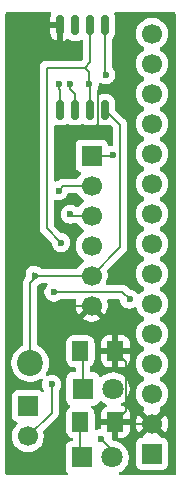
<source format=gbr>
%TF.GenerationSoftware,KiCad,Pcbnew,9.0.2+dfsg-1*%
%TF.CreationDate,2025-10-31T17:19:14+01:00*%
%TF.ProjectId,attiny,61747469-6e79-42e6-9b69-6361645f7063,rev?*%
%TF.SameCoordinates,Original*%
%TF.FileFunction,Copper,L1,Top*%
%TF.FilePolarity,Positive*%
%FSLAX46Y46*%
G04 Gerber Fmt 4.6, Leading zero omitted, Abs format (unit mm)*
G04 Created by KiCad (PCBNEW 9.0.2+dfsg-1) date 2025-10-31 17:19:14*
%MOMM*%
%LPD*%
G01*
G04 APERTURE LIST*
G04 Aperture macros list*
%AMRoundRect*
0 Rectangle with rounded corners*
0 $1 Rounding radius*
0 $2 $3 $4 $5 $6 $7 $8 $9 X,Y pos of 4 corners*
0 Add a 4 corners polygon primitive as box body*
4,1,4,$2,$3,$4,$5,$6,$7,$8,$9,$2,$3,0*
0 Add four circle primitives for the rounded corners*
1,1,$1+$1,$2,$3*
1,1,$1+$1,$4,$5*
1,1,$1+$1,$6,$7*
1,1,$1+$1,$8,$9*
0 Add four rect primitives between the rounded corners*
20,1,$1+$1,$2,$3,$4,$5,0*
20,1,$1+$1,$4,$5,$6,$7,0*
20,1,$1+$1,$6,$7,$8,$9,0*
20,1,$1+$1,$8,$9,$2,$3,0*%
G04 Aperture macros list end*
%TA.AperFunction,ComponentPad*%
%ADD10R,1.800000X1.800000*%
%TD*%
%TA.AperFunction,ComponentPad*%
%ADD11C,1.800000*%
%TD*%
%TA.AperFunction,SMDPad,CuDef*%
%ADD12RoundRect,0.250001X-0.462499X-0.624999X0.462499X-0.624999X0.462499X0.624999X-0.462499X0.624999X0*%
%TD*%
%TA.AperFunction,ComponentPad*%
%ADD13R,1.700000X1.700000*%
%TD*%
%TA.AperFunction,ComponentPad*%
%ADD14C,1.700000*%
%TD*%
%TA.AperFunction,ComponentPad*%
%ADD15C,2.200000*%
%TD*%
%TA.AperFunction,SMDPad,CuDef*%
%ADD16RoundRect,0.162500X-0.162500X0.650000X-0.162500X-0.650000X0.162500X-0.650000X0.162500X0.650000X0*%
%TD*%
%TA.AperFunction,ViaPad*%
%ADD17C,0.600000*%
%TD*%
%TA.AperFunction,Conductor*%
%ADD18C,0.200000*%
%TD*%
G04 APERTURE END LIST*
D10*
%TO.P,D1,1,K*%
%TO.N,Net-(D1-K)*%
X151660000Y-80800000D03*
D11*
%TO.P,D1,2,A*%
%TO.N,Net-(D1-A)*%
X154200000Y-80800000D03*
%TD*%
D10*
%TO.P,D2,1,K*%
%TO.N,Net-(D2-K)*%
X151600000Y-86600000D03*
D11*
%TO.P,D2,2,A*%
%TO.N,Net-(D2-A)*%
X154140000Y-86600000D03*
%TD*%
D12*
%TO.P,R2,1*%
%TO.N,Net-(D2-K)*%
X151425000Y-83600000D03*
%TO.P,R2,2*%
%TO.N,GND*%
X154400000Y-83600000D03*
%TD*%
D13*
%TO.P,J3,1,Pin_1*%
%TO.N,Net-(D1-A)*%
X147000000Y-82260000D03*
D14*
%TO.P,J3,2,Pin_2*%
%TO.N,Net-(J2-Pin_8)*%
X147000000Y-84800000D03*
%TD*%
D12*
%TO.P,R1,1*%
%TO.N,Net-(D1-K)*%
X151425000Y-77600000D03*
%TO.P,R1,2*%
%TO.N,GND*%
X154400000Y-77600000D03*
%TD*%
D13*
%TO.P,J1,1,Pin_1*%
%TO.N,Net-(J1-Pin_1)*%
X152400000Y-61050000D03*
D14*
%TO.P,J1,2,Pin_2*%
%TO.N,Net-(J1-Pin_2)*%
X152400000Y-63590000D03*
%TO.P,J1,3,Pin_3*%
%TO.N,Net-(D2-A)*%
X152400000Y-66130000D03*
%TO.P,J1,4,Pin_4*%
%TO.N,Net-(D1-A)*%
X152400000Y-68670000D03*
%TO.P,J1,5,Pin_5*%
%TO.N,VCC*%
X152400000Y-71210000D03*
%TO.P,J1,6,Pin_6*%
%TO.N,GND*%
X152400000Y-73750000D03*
%TD*%
D15*
%TO.P,J4,1,Pin_1*%
%TO.N,VCC*%
X147200000Y-78600000D03*
%TD*%
D16*
%TO.P,U1,1,~{RESET}/PB5*%
%TO.N,Net-(J1-Pin_1)*%
X153540000Y-50000000D03*
%TO.P,U1,2,XTAL1/PB3*%
%TO.N,unconnected-(U1-XTAL1{slash}PB3-Pad2)*%
X152270000Y-50000000D03*
%TO.P,U1,3,XTAL2/PB4*%
%TO.N,unconnected-(U1-XTAL2{slash}PB4-Pad3)*%
X151000000Y-50000000D03*
%TO.P,U1,4,GND*%
%TO.N,GND*%
X149730000Y-50000000D03*
%TO.P,U1,5,AREF/PB0*%
%TO.N,Net-(J1-Pin_2)*%
X149730000Y-57175000D03*
%TO.P,U1,6,PB1*%
%TO.N,Net-(D2-A)*%
X151000000Y-57175000D03*
%TO.P,U1,7,PB2*%
%TO.N,Net-(D1-A)*%
X152270000Y-57175000D03*
%TO.P,U1,8,VCC*%
%TO.N,VCC*%
X153540000Y-57175000D03*
%TD*%
D13*
%TO.P,J2,1,Pin_1*%
%TO.N,unconnected-(J2-Pin_1-Pad1)*%
X157500000Y-86280000D03*
D14*
%TO.P,J2,2,Pin_2*%
%TO.N,GND*%
X157500000Y-83740000D03*
%TO.P,J2,3,Pin_3*%
%TO.N,unconnected-(J2-Pin_3-Pad3)*%
X157500000Y-81200000D03*
%TO.P,J2,4,Pin_4*%
%TO.N,unconnected-(J2-Pin_4-Pad4)*%
X157500000Y-78660000D03*
%TO.P,J2,5,Pin_5*%
%TO.N,unconnected-(J2-Pin_5-Pad5)*%
X157500000Y-76120000D03*
%TO.P,J2,6,Pin_6*%
%TO.N,unconnected-(J2-Pin_6-Pad6)*%
X157500000Y-73580000D03*
%TO.P,J2,7,Pin_7*%
%TO.N,unconnected-(J2-Pin_7-Pad7)*%
X157500000Y-71040000D03*
%TO.P,J2,8,Pin_8*%
%TO.N,Net-(J2-Pin_8)*%
X157500000Y-68500000D03*
%TO.P,J2,9,Pin_9*%
%TO.N,unconnected-(J2-Pin_9-Pad9)*%
X157500000Y-65960000D03*
%TO.P,J2,10,Pin_10*%
%TO.N,unconnected-(J2-Pin_10-Pad10)*%
X157500000Y-63420000D03*
%TO.P,J2,11,Pin_11*%
%TO.N,unconnected-(J2-Pin_11-Pad11)*%
X157500000Y-60880000D03*
%TO.P,J2,12,Pin_12*%
%TO.N,unconnected-(J2-Pin_12-Pad12)*%
X157500000Y-58340000D03*
%TO.P,J2,13,Pin_13*%
%TO.N,unconnected-(J2-Pin_13-Pad13)*%
X157500000Y-55800000D03*
%TO.P,J2,14,Pin_14*%
%TO.N,unconnected-(J2-Pin_14-Pad14)*%
X157500000Y-53260000D03*
%TO.P,J2,15,Pin_15*%
%TO.N,Net-(D2-A)*%
X157500000Y-50720000D03*
%TD*%
D17*
%TO.N,GND*%
X153350000Y-55520000D03*
X152540000Y-58710000D03*
%TO.N,VCC*%
X147610000Y-71210000D03*
%TO.N,Net-(J1-Pin_1)*%
X154200000Y-61000000D03*
X153600000Y-54200000D03*
%TO.N,GND*%
X149700000Y-52700000D03*
X148200000Y-73800000D03*
X155600000Y-57200000D03*
%TO.N,Net-(J1-Pin_2)*%
X149600000Y-55000000D03*
X149600000Y-64000000D03*
%TO.N,Net-(D1-A)*%
X149800000Y-68400000D03*
X152200000Y-55000000D03*
%TO.N,Net-(J2-Pin_8)*%
X149200000Y-72600000D03*
X155600000Y-73200000D03*
X149000000Y-80400000D03*
%TO.N,Net-(D2-A)*%
X153200000Y-85000000D03*
X150600000Y-66000000D03*
X150600000Y-55000000D03*
%TD*%
D18*
%TO.N,GND*%
X152914000Y-55933943D02*
X152936057Y-55933943D01*
X152936057Y-55933943D02*
X153350000Y-55520000D01*
X152914000Y-58336000D02*
X152914000Y-55933943D01*
X152540000Y-58710000D02*
X152914000Y-58336000D01*
%TO.N,VCC*%
X154801000Y-58436000D02*
X154801000Y-68809000D01*
X153540000Y-57175000D02*
X154801000Y-58436000D01*
X154801000Y-68809000D02*
X152400000Y-71210000D01*
X147200000Y-71800000D02*
X147200000Y-78200000D01*
X147610000Y-71210000D02*
X147400000Y-71000000D01*
X147610000Y-71210000D02*
X147610000Y-71390000D01*
X147610000Y-71390000D02*
X147200000Y-71800000D01*
X152400000Y-71210000D02*
X147610000Y-71210000D01*
%TO.N,Net-(J1-Pin_1)*%
X152400000Y-61050000D02*
X154150000Y-61050000D01*
X154150000Y-61050000D02*
X154200000Y-61000000D01*
X153540000Y-54140000D02*
X153540000Y-50000000D01*
X153600000Y-54200000D02*
X153540000Y-54140000D01*
%TO.N,Net-(D2-K)*%
X151425000Y-86425000D02*
X151600000Y-86600000D01*
X151425000Y-83600000D02*
X151425000Y-86425000D01*
%TO.N,GND*%
X154540000Y-83740000D02*
X154400000Y-83600000D01*
X155341000Y-82659000D02*
X155341000Y-78541000D01*
X154400000Y-75750000D02*
X152400000Y-73750000D01*
X152350000Y-73800000D02*
X148200000Y-73800000D01*
X157260000Y-83500000D02*
X157500000Y-83740000D01*
X154400000Y-77600000D02*
X154400000Y-75750000D01*
X152400000Y-73750000D02*
X152350000Y-73800000D01*
X157500000Y-83740000D02*
X154540000Y-83740000D01*
X149700000Y-52700000D02*
X149730000Y-52670000D01*
X154400000Y-83600000D02*
X155341000Y-82659000D01*
X149730000Y-52670000D02*
X149730000Y-50000000D01*
X155341000Y-78541000D02*
X154400000Y-77600000D01*
%TO.N,Net-(J1-Pin_2)*%
X149600000Y-55000000D02*
X149600000Y-55400000D01*
X152400000Y-63590000D02*
X150010000Y-63590000D01*
X149730000Y-55530000D02*
X149730000Y-57175000D01*
X150010000Y-63590000D02*
X149600000Y-64000000D01*
X149600000Y-55400000D02*
X149730000Y-55530000D01*
%TO.N,Net-(D1-K)*%
X151660000Y-80800000D02*
X151660000Y-77835000D01*
X151660000Y-77835000D02*
X151425000Y-77600000D01*
%TO.N,Net-(D1-A)*%
X152200000Y-55000000D02*
X152200000Y-54000000D01*
X148600000Y-53600000D02*
X148600000Y-67200000D01*
X152200000Y-55000000D02*
X152270000Y-55070000D01*
X151800000Y-53600000D02*
X148600000Y-53600000D01*
X148600000Y-67200000D02*
X149800000Y-68400000D01*
X152270000Y-55070000D02*
X152270000Y-57175000D01*
X152270000Y-50000000D02*
X152270000Y-53130000D01*
X152270000Y-53130000D02*
X151800000Y-53600000D01*
X152200000Y-54000000D02*
X151800000Y-53600000D01*
%TO.N,Net-(J2-Pin_8)*%
X155600000Y-73200000D02*
X154999000Y-72599000D01*
X154999000Y-72599000D02*
X149201000Y-72599000D01*
X149000000Y-80400000D02*
X149000000Y-82800000D01*
X149201000Y-72599000D02*
X149200000Y-72600000D01*
X149000000Y-82800000D02*
X147000000Y-84800000D01*
%TO.N,Net-(D2-A)*%
X154140000Y-86600000D02*
X154140000Y-85940000D01*
X151000000Y-55800000D02*
X151000000Y-57175000D01*
X152400000Y-66000000D02*
X152600000Y-65800000D01*
X150600000Y-55400000D02*
X151000000Y-55800000D01*
X150600000Y-55000000D02*
X150600000Y-55400000D01*
X150730000Y-66130000D02*
X150600000Y-66000000D01*
X154140000Y-86600000D02*
X154140000Y-86315000D01*
X154140000Y-85940000D02*
X153200000Y-85000000D01*
X152400000Y-66130000D02*
X150730000Y-66130000D01*
%TD*%
%TA.AperFunction,Conductor*%
%TO.N,GND*%
G36*
X148913213Y-48920185D02*
G01*
X148958968Y-48972989D01*
X148968912Y-49042147D01*
X148961126Y-49068932D01*
X148961161Y-49068943D01*
X148960609Y-49070712D01*
X148959251Y-49075387D01*
X148958932Y-49076094D01*
X148911065Y-49229707D01*
X148905000Y-49296456D01*
X148905000Y-49750000D01*
X149606000Y-49750000D01*
X149673039Y-49769685D01*
X149718794Y-49822489D01*
X149730000Y-49874000D01*
X149730000Y-50000000D01*
X149856000Y-50000000D01*
X149923039Y-50019685D01*
X149968794Y-50072489D01*
X149980000Y-50124000D01*
X149980000Y-51309414D01*
X150012792Y-51306435D01*
X150012802Y-51306432D01*
X150166393Y-51258572D01*
X150166394Y-51258571D01*
X150300365Y-51177582D01*
X150367920Y-51159745D01*
X150428664Y-51177581D01*
X150563398Y-51259031D01*
X150717113Y-51306930D01*
X150783909Y-51313000D01*
X151216090Y-51312999D01*
X151216098Y-51312999D01*
X151282882Y-51306931D01*
X151282885Y-51306930D01*
X151282887Y-51306930D01*
X151436602Y-51259031D01*
X151481350Y-51231979D01*
X151548904Y-51214143D01*
X151615378Y-51235660D01*
X151659666Y-51289700D01*
X151669500Y-51338096D01*
X151669500Y-52829903D01*
X151660855Y-52859343D01*
X151654332Y-52889330D01*
X151650577Y-52894345D01*
X151649815Y-52896942D01*
X151633181Y-52917584D01*
X151587584Y-52963181D01*
X151526261Y-52996666D01*
X151499903Y-52999500D01*
X148520943Y-52999500D01*
X148368216Y-53040423D01*
X148368209Y-53040426D01*
X148231290Y-53119475D01*
X148231282Y-53119481D01*
X148119481Y-53231282D01*
X148119475Y-53231290D01*
X148040426Y-53368209D01*
X148040423Y-53368216D01*
X147999500Y-53520943D01*
X147999500Y-67113330D01*
X147999499Y-67113348D01*
X147999499Y-67279054D01*
X147999498Y-67279054D01*
X148040423Y-67431786D01*
X148044728Y-67439242D01*
X148049346Y-67447239D01*
X148049348Y-67447248D01*
X148049351Y-67447247D01*
X148119479Y-67568714D01*
X148119481Y-67568717D01*
X148238349Y-67687585D01*
X148238355Y-67687590D01*
X148965425Y-68414660D01*
X148998910Y-68475983D01*
X148999361Y-68478149D01*
X149030261Y-68633491D01*
X149030264Y-68633501D01*
X149090602Y-68779172D01*
X149090609Y-68779185D01*
X149178210Y-68910288D01*
X149178213Y-68910292D01*
X149289707Y-69021786D01*
X149289711Y-69021789D01*
X149420814Y-69109390D01*
X149420827Y-69109397D01*
X149566498Y-69169735D01*
X149566503Y-69169737D01*
X149721153Y-69200499D01*
X149721156Y-69200500D01*
X149721158Y-69200500D01*
X149878844Y-69200500D01*
X149878845Y-69200499D01*
X150033497Y-69169737D01*
X150179179Y-69109394D01*
X150310289Y-69021789D01*
X150421789Y-68910289D01*
X150509394Y-68779179D01*
X150569737Y-68633497D01*
X150600500Y-68478842D01*
X150600500Y-68321158D01*
X150600500Y-68321155D01*
X150600499Y-68321153D01*
X150569737Y-68166503D01*
X150563558Y-68151585D01*
X150509397Y-68020827D01*
X150509390Y-68020814D01*
X150421789Y-67889711D01*
X150421786Y-67889707D01*
X150310292Y-67778213D01*
X150310288Y-67778210D01*
X150179185Y-67690609D01*
X150179172Y-67690602D01*
X150033501Y-67630264D01*
X150033491Y-67630261D01*
X149878149Y-67599361D01*
X149816238Y-67566976D01*
X149814660Y-67565425D01*
X149236819Y-66987584D01*
X149203334Y-66926261D01*
X149200500Y-66899903D01*
X149200500Y-64886555D01*
X149220185Y-64819516D01*
X149272989Y-64773761D01*
X149342147Y-64763817D01*
X149360411Y-64768840D01*
X149360676Y-64767969D01*
X149366492Y-64769732D01*
X149366503Y-64769737D01*
X149506031Y-64797491D01*
X149521153Y-64800499D01*
X149521156Y-64800500D01*
X149521158Y-64800500D01*
X149678844Y-64800500D01*
X149678845Y-64800499D01*
X149833497Y-64769737D01*
X149979179Y-64709394D01*
X150110289Y-64621789D01*
X150221789Y-64510289D01*
X150309394Y-64379179D01*
X150342277Y-64299792D01*
X150355840Y-64267048D01*
X150399680Y-64212644D01*
X150465974Y-64190579D01*
X150470401Y-64190500D01*
X151114281Y-64190500D01*
X151181320Y-64210185D01*
X151224765Y-64258205D01*
X151244947Y-64297814D01*
X151244948Y-64297815D01*
X151369890Y-64469786D01*
X151520213Y-64620109D01*
X151692182Y-64745050D01*
X151700946Y-64749516D01*
X151751742Y-64797491D01*
X151768536Y-64865312D01*
X151745998Y-64931447D01*
X151700946Y-64970484D01*
X151692182Y-64974949D01*
X151520213Y-65099890D01*
X151369894Y-65250209D01*
X151369890Y-65250214D01*
X151291973Y-65357459D01*
X151236643Y-65400125D01*
X151167030Y-65406104D01*
X151115376Y-65381561D01*
X151115354Y-65381595D01*
X151115127Y-65381443D01*
X151112992Y-65380429D01*
X151110288Y-65378210D01*
X150979185Y-65290609D01*
X150979172Y-65290602D01*
X150833501Y-65230264D01*
X150833489Y-65230261D01*
X150678845Y-65199500D01*
X150678842Y-65199500D01*
X150521158Y-65199500D01*
X150521155Y-65199500D01*
X150366510Y-65230261D01*
X150366498Y-65230264D01*
X150220827Y-65290602D01*
X150220814Y-65290609D01*
X150089711Y-65378210D01*
X150089707Y-65378213D01*
X149978213Y-65489707D01*
X149978210Y-65489711D01*
X149890609Y-65620814D01*
X149890602Y-65620827D01*
X149830264Y-65766498D01*
X149830261Y-65766510D01*
X149799500Y-65921153D01*
X149799500Y-66078846D01*
X149830261Y-66233489D01*
X149830264Y-66233501D01*
X149890602Y-66379172D01*
X149890609Y-66379185D01*
X149978210Y-66510288D01*
X149978213Y-66510292D01*
X150089707Y-66621786D01*
X150089711Y-66621789D01*
X150220814Y-66709390D01*
X150220827Y-66709397D01*
X150366498Y-66769735D01*
X150366503Y-66769737D01*
X150521153Y-66800499D01*
X150521156Y-66800500D01*
X150521158Y-66800500D01*
X150678844Y-66800500D01*
X150678845Y-66800499D01*
X150833497Y-66769737D01*
X150880700Y-66750185D01*
X150905437Y-66739939D01*
X150913613Y-66738312D01*
X150917954Y-66735523D01*
X150952889Y-66730500D01*
X151114281Y-66730500D01*
X151181320Y-66750185D01*
X151224765Y-66798205D01*
X151244947Y-66837814D01*
X151244948Y-66837815D01*
X151369890Y-67009786D01*
X151520213Y-67160109D01*
X151692182Y-67285050D01*
X151700946Y-67289516D01*
X151751742Y-67337491D01*
X151768536Y-67405312D01*
X151745998Y-67471447D01*
X151700946Y-67510484D01*
X151692182Y-67514949D01*
X151520213Y-67639890D01*
X151369890Y-67790213D01*
X151244951Y-67962179D01*
X151148444Y-68151585D01*
X151082753Y-68353760D01*
X151058181Y-68508901D01*
X151049500Y-68563713D01*
X151049500Y-68776287D01*
X151082754Y-68986243D01*
X151144965Y-69177709D01*
X151148444Y-69188414D01*
X151244951Y-69377820D01*
X151369890Y-69549786D01*
X151520213Y-69700109D01*
X151692182Y-69825050D01*
X151700946Y-69829516D01*
X151751742Y-69877491D01*
X151768536Y-69945312D01*
X151745998Y-70011447D01*
X151700946Y-70050484D01*
X151692182Y-70054949D01*
X151520213Y-70179890D01*
X151369890Y-70330213D01*
X151244948Y-70502184D01*
X151244947Y-70502185D01*
X151224765Y-70541795D01*
X151176791Y-70592591D01*
X151114281Y-70609500D01*
X148189766Y-70609500D01*
X148122727Y-70589815D01*
X148120875Y-70588602D01*
X147989185Y-70500609D01*
X147989172Y-70500602D01*
X147843501Y-70440264D01*
X147843489Y-70440261D01*
X147688845Y-70409500D01*
X147688842Y-70409500D01*
X147532706Y-70409500D01*
X147500613Y-70405275D01*
X147479057Y-70399499D01*
X147320943Y-70399499D01*
X147206397Y-70430192D01*
X147168214Y-70440423D01*
X147031284Y-70519481D01*
X147031281Y-70519483D01*
X146919483Y-70631281D01*
X146919481Y-70631284D01*
X146840423Y-70768214D01*
X146840423Y-70768215D01*
X146799499Y-70920943D01*
X146799499Y-71079057D01*
X146805275Y-71100611D01*
X146809500Y-71132705D01*
X146809500Y-71289900D01*
X146789815Y-71356939D01*
X146773182Y-71377581D01*
X146719479Y-71431284D01*
X146678748Y-71501834D01*
X146678748Y-71501835D01*
X146640423Y-71568214D01*
X146640423Y-71568215D01*
X146599499Y-71720943D01*
X146599499Y-71720945D01*
X146599499Y-71889046D01*
X146599500Y-71889059D01*
X146599500Y-77033699D01*
X146579815Y-77100738D01*
X146531795Y-77144184D01*
X146361151Y-77231132D01*
X146157350Y-77379201D01*
X146157345Y-77379205D01*
X145979205Y-77557345D01*
X145979201Y-77557350D01*
X145831132Y-77761151D01*
X145716760Y-77985616D01*
X145638910Y-78225214D01*
X145599500Y-78474038D01*
X145599500Y-78725961D01*
X145638910Y-78974785D01*
X145716760Y-79214383D01*
X145774148Y-79327011D01*
X145814348Y-79405909D01*
X145831132Y-79438848D01*
X145979201Y-79642649D01*
X145979205Y-79642654D01*
X146157345Y-79820794D01*
X146157350Y-79820798D01*
X146325931Y-79943278D01*
X146361155Y-79968870D01*
X146504184Y-80041747D01*
X146585616Y-80083239D01*
X146585618Y-80083239D01*
X146585621Y-80083241D01*
X146825215Y-80161090D01*
X147074038Y-80200500D01*
X147074039Y-80200500D01*
X147325961Y-80200500D01*
X147325962Y-80200500D01*
X147574785Y-80161090D01*
X147814379Y-80083241D01*
X148038845Y-79968870D01*
X148074070Y-79943276D01*
X148139873Y-79919797D01*
X148207928Y-79935621D01*
X148256623Y-79985726D01*
X148270500Y-80054204D01*
X148261517Y-80091046D01*
X148230263Y-80166502D01*
X148230261Y-80166510D01*
X148199500Y-80321153D01*
X148199500Y-80478846D01*
X148230261Y-80633489D01*
X148230264Y-80633501D01*
X148290602Y-80779172D01*
X148290609Y-80779185D01*
X148336707Y-80848175D01*
X148357585Y-80914853D01*
X148339100Y-80982233D01*
X148287122Y-81028923D01*
X148218152Y-81040099D01*
X148159294Y-81016332D01*
X148092335Y-80966206D01*
X148092328Y-80966202D01*
X147957482Y-80915908D01*
X147957483Y-80915908D01*
X147897883Y-80909501D01*
X147897881Y-80909500D01*
X147897873Y-80909500D01*
X147897864Y-80909500D01*
X146102129Y-80909500D01*
X146102123Y-80909501D01*
X146042516Y-80915908D01*
X145907671Y-80966202D01*
X145907664Y-80966206D01*
X145792455Y-81052452D01*
X145792452Y-81052455D01*
X145706206Y-81167664D01*
X145706202Y-81167671D01*
X145655908Y-81302517D01*
X145649501Y-81362116D01*
X145649500Y-81362135D01*
X145649500Y-83157870D01*
X145649501Y-83157876D01*
X145655908Y-83217483D01*
X145706202Y-83352328D01*
X145706206Y-83352335D01*
X145792452Y-83467544D01*
X145792455Y-83467547D01*
X145907664Y-83553793D01*
X145907671Y-83553797D01*
X146039082Y-83602810D01*
X146095016Y-83644681D01*
X146119433Y-83710145D01*
X146104582Y-83778418D01*
X146083431Y-83806673D01*
X145969889Y-83920215D01*
X145844951Y-84092179D01*
X145748444Y-84281585D01*
X145682753Y-84483760D01*
X145673193Y-84544123D01*
X145649500Y-84693713D01*
X145649500Y-84906287D01*
X145650059Y-84909814D01*
X145675818Y-85072455D01*
X145682754Y-85116243D01*
X145743144Y-85302104D01*
X145748444Y-85318414D01*
X145844951Y-85507820D01*
X145969890Y-85679786D01*
X146120213Y-85830109D01*
X146292179Y-85955048D01*
X146292181Y-85955049D01*
X146292184Y-85955051D01*
X146481588Y-86051557D01*
X146683757Y-86117246D01*
X146893713Y-86150500D01*
X146893714Y-86150500D01*
X147106286Y-86150500D01*
X147106287Y-86150500D01*
X147316243Y-86117246D01*
X147518412Y-86051557D01*
X147707816Y-85955051D01*
X147729789Y-85939086D01*
X147879786Y-85830109D01*
X147879788Y-85830106D01*
X147879792Y-85830104D01*
X148030104Y-85679792D01*
X148030106Y-85679788D01*
X148030109Y-85679786D01*
X148155048Y-85507820D01*
X148155047Y-85507820D01*
X148155051Y-85507816D01*
X148251557Y-85318412D01*
X148317246Y-85116243D01*
X148350500Y-84906287D01*
X148350500Y-84693713D01*
X148317246Y-84483757D01*
X148303506Y-84441473D01*
X148301512Y-84371635D01*
X148333755Y-84315478D01*
X149368713Y-83280521D01*
X149368716Y-83280520D01*
X149480520Y-83168716D01*
X149530639Y-83081904D01*
X149559577Y-83031785D01*
X149600500Y-82879057D01*
X149600500Y-82720943D01*
X149600500Y-80979765D01*
X149620185Y-80912726D01*
X149621398Y-80910874D01*
X149622316Y-80909501D01*
X149709394Y-80779179D01*
X149769737Y-80633497D01*
X149800500Y-80478842D01*
X149800500Y-80321158D01*
X149800500Y-80321155D01*
X149800499Y-80321153D01*
X149770412Y-80169896D01*
X149769737Y-80166503D01*
X149767495Y-80161090D01*
X149709397Y-80020827D01*
X149709390Y-80020814D01*
X149621789Y-79889711D01*
X149621786Y-79889707D01*
X149510292Y-79778213D01*
X149510288Y-79778210D01*
X149379185Y-79690609D01*
X149379172Y-79690602D01*
X149233501Y-79630264D01*
X149233489Y-79630261D01*
X149078845Y-79599500D01*
X149078842Y-79599500D01*
X148921158Y-79599500D01*
X148921155Y-79599500D01*
X148766510Y-79630261D01*
X148766502Y-79630263D01*
X148691046Y-79661517D01*
X148621576Y-79668984D01*
X148559098Y-79637708D01*
X148523446Y-79577619D01*
X148525941Y-79507794D01*
X148543275Y-79474072D01*
X148568870Y-79438845D01*
X148683241Y-79214379D01*
X148761090Y-78974785D01*
X148800500Y-78725962D01*
X148800500Y-78474038D01*
X148761090Y-78225215D01*
X148683241Y-77985621D01*
X148683239Y-77985618D01*
X148683239Y-77985616D01*
X148641747Y-77904184D01*
X148568870Y-77761155D01*
X148473501Y-77629890D01*
X148420798Y-77557350D01*
X148420794Y-77557345D01*
X148242654Y-77379205D01*
X148242649Y-77379201D01*
X148038848Y-77231132D01*
X148038847Y-77231131D01*
X148038845Y-77231130D01*
X147969186Y-77195637D01*
X147868205Y-77144184D01*
X147817409Y-77096209D01*
X147800500Y-77033699D01*
X147800500Y-72100097D01*
X147809144Y-72070657D01*
X147815667Y-72040672D01*
X147819422Y-72035654D01*
X147820185Y-72033058D01*
X147836812Y-72012422D01*
X147870446Y-71978788D01*
X147910667Y-71951913D01*
X147989179Y-71919394D01*
X148016407Y-71901200D01*
X148120876Y-71831398D01*
X148187553Y-71810520D01*
X148189766Y-71810500D01*
X148558059Y-71810500D01*
X148625098Y-71830185D01*
X148670853Y-71882989D01*
X148680797Y-71952147D01*
X148651772Y-72015703D01*
X148645740Y-72022181D01*
X148578213Y-72089707D01*
X148578210Y-72089711D01*
X148490609Y-72220814D01*
X148490602Y-72220827D01*
X148430264Y-72366498D01*
X148430261Y-72366510D01*
X148399500Y-72521153D01*
X148399500Y-72678846D01*
X148430261Y-72833489D01*
X148430264Y-72833501D01*
X148490602Y-72979172D01*
X148490609Y-72979185D01*
X148578210Y-73110288D01*
X148578213Y-73110292D01*
X148689707Y-73221786D01*
X148689711Y-73221789D01*
X148820814Y-73309390D01*
X148820827Y-73309397D01*
X148966498Y-73369735D01*
X148966503Y-73369737D01*
X149121153Y-73400499D01*
X149121156Y-73400500D01*
X149121158Y-73400500D01*
X149278844Y-73400500D01*
X149278845Y-73400499D01*
X149433497Y-73369737D01*
X149579179Y-73309394D01*
X149624903Y-73278842D01*
X149712371Y-73220398D01*
X149779048Y-73199520D01*
X149781262Y-73199500D01*
X150988723Y-73199500D01*
X151055762Y-73219185D01*
X151101517Y-73271989D01*
X151111461Y-73341147D01*
X151106654Y-73361818D01*
X151083242Y-73433869D01*
X151083242Y-73433872D01*
X151050000Y-73643753D01*
X151050000Y-73856246D01*
X151083242Y-74066127D01*
X151083242Y-74066130D01*
X151148904Y-74268217D01*
X151245375Y-74457550D01*
X151284728Y-74511716D01*
X151917036Y-73879407D01*
X151934075Y-73942993D01*
X151999901Y-74057007D01*
X152092993Y-74150099D01*
X152207007Y-74215925D01*
X152270590Y-74232962D01*
X151638282Y-74865269D01*
X151638282Y-74865270D01*
X151692449Y-74904624D01*
X151881782Y-75001095D01*
X152083870Y-75066757D01*
X152293754Y-75100000D01*
X152506246Y-75100000D01*
X152716127Y-75066757D01*
X152716130Y-75066757D01*
X152918217Y-75001095D01*
X153107554Y-74904622D01*
X153161716Y-74865270D01*
X153161717Y-74865270D01*
X152529408Y-74232962D01*
X152592993Y-74215925D01*
X152707007Y-74150099D01*
X152800099Y-74057007D01*
X152865925Y-73942993D01*
X152882962Y-73879409D01*
X153515270Y-74511717D01*
X153515270Y-74511716D01*
X153554622Y-74457554D01*
X153651095Y-74268217D01*
X153716757Y-74066130D01*
X153716757Y-74066127D01*
X153750000Y-73856246D01*
X153750000Y-73643753D01*
X153716757Y-73433872D01*
X153716757Y-73433869D01*
X153693346Y-73361818D01*
X153691351Y-73291977D01*
X153727431Y-73232144D01*
X153790132Y-73201316D01*
X153811277Y-73199500D01*
X154681954Y-73199500D01*
X154748993Y-73219185D01*
X154794748Y-73271989D01*
X154803571Y-73299309D01*
X154830261Y-73433489D01*
X154830264Y-73433501D01*
X154890602Y-73579172D01*
X154890609Y-73579185D01*
X154978210Y-73710288D01*
X154978213Y-73710292D01*
X155089707Y-73821786D01*
X155089711Y-73821789D01*
X155220814Y-73909390D01*
X155220827Y-73909397D01*
X155366498Y-73969735D01*
X155366503Y-73969737D01*
X155521153Y-74000499D01*
X155521156Y-74000500D01*
X155521158Y-74000500D01*
X155678844Y-74000500D01*
X155678845Y-74000499D01*
X155833497Y-73969737D01*
X155979179Y-73909394D01*
X155979184Y-73909390D01*
X155979187Y-73909389D01*
X156013748Y-73886296D01*
X156080425Y-73865417D01*
X156147805Y-73883901D01*
X156194496Y-73935879D01*
X156200571Y-73951078D01*
X156248444Y-74098416D01*
X156344951Y-74287820D01*
X156469890Y-74459786D01*
X156620213Y-74610109D01*
X156792182Y-74735050D01*
X156800946Y-74739516D01*
X156851742Y-74787491D01*
X156868536Y-74855312D01*
X156845998Y-74921447D01*
X156800946Y-74960484D01*
X156792182Y-74964949D01*
X156620213Y-75089890D01*
X156469890Y-75240213D01*
X156344951Y-75412179D01*
X156248444Y-75601585D01*
X156182753Y-75803760D01*
X156149500Y-76013713D01*
X156149500Y-76226287D01*
X156182754Y-76436243D01*
X156205632Y-76506655D01*
X156248444Y-76638414D01*
X156344951Y-76827820D01*
X156469890Y-76999786D01*
X156620213Y-77150109D01*
X156792182Y-77275050D01*
X156800946Y-77279516D01*
X156851742Y-77327491D01*
X156868536Y-77395312D01*
X156845998Y-77461447D01*
X156800946Y-77500484D01*
X156792182Y-77504949D01*
X156620213Y-77629890D01*
X156469890Y-77780213D01*
X156344951Y-77952179D01*
X156248444Y-78141585D01*
X156182753Y-78343760D01*
X156149500Y-78553713D01*
X156149500Y-78766286D01*
X156172232Y-78909814D01*
X156182754Y-78976243D01*
X156192353Y-79005787D01*
X156248444Y-79178414D01*
X156344951Y-79367820D01*
X156469890Y-79539786D01*
X156620213Y-79690109D01*
X156792182Y-79815050D01*
X156800946Y-79819516D01*
X156851742Y-79867491D01*
X156868536Y-79935312D01*
X156845998Y-80001447D01*
X156800946Y-80040484D01*
X156792182Y-80044949D01*
X156620213Y-80169890D01*
X156469890Y-80320213D01*
X156344951Y-80492179D01*
X156248444Y-80681585D01*
X156182753Y-80883760D01*
X156167157Y-80982233D01*
X156149500Y-81093713D01*
X156149500Y-81306287D01*
X156182754Y-81516243D01*
X156246478Y-81712365D01*
X156248444Y-81718414D01*
X156344951Y-81907820D01*
X156469890Y-82079786D01*
X156620213Y-82230109D01*
X156792179Y-82355048D01*
X156792181Y-82355049D01*
X156792184Y-82355051D01*
X156801493Y-82359794D01*
X156852290Y-82407766D01*
X156869087Y-82475587D01*
X156846552Y-82541722D01*
X156801505Y-82580760D01*
X156792446Y-82585376D01*
X156792440Y-82585380D01*
X156738282Y-82624727D01*
X156738282Y-82624728D01*
X157370591Y-83257037D01*
X157307007Y-83274075D01*
X157192993Y-83339901D01*
X157099901Y-83432993D01*
X157034075Y-83547007D01*
X157017037Y-83610591D01*
X156384728Y-82978282D01*
X156384727Y-82978282D01*
X156345380Y-83032439D01*
X156248904Y-83221782D01*
X156183242Y-83423869D01*
X156183242Y-83423872D01*
X156150000Y-83633753D01*
X156150000Y-83846246D01*
X156183242Y-84056127D01*
X156183242Y-84056130D01*
X156248904Y-84258217D01*
X156345375Y-84447550D01*
X156384728Y-84501716D01*
X157017037Y-83869408D01*
X157034075Y-83932993D01*
X157099901Y-84047007D01*
X157192993Y-84140099D01*
X157307007Y-84205925D01*
X157370590Y-84222962D01*
X156700370Y-84893181D01*
X156639047Y-84926666D01*
X156612698Y-84929500D01*
X156602134Y-84929500D01*
X156602123Y-84929501D01*
X156542516Y-84935908D01*
X156407671Y-84986202D01*
X156407664Y-84986206D01*
X156292455Y-85072452D01*
X156292452Y-85072455D01*
X156206206Y-85187664D01*
X156206202Y-85187671D01*
X156155908Y-85322517D01*
X156153765Y-85342454D01*
X156149501Y-85382123D01*
X156149500Y-85382135D01*
X156149500Y-87177870D01*
X156149501Y-87177876D01*
X156155908Y-87237483D01*
X156206202Y-87372328D01*
X156206206Y-87372335D01*
X156292452Y-87487544D01*
X156292455Y-87487547D01*
X156407664Y-87573793D01*
X156407671Y-87573797D01*
X156542517Y-87624091D01*
X156542516Y-87624091D01*
X156549444Y-87624835D01*
X156602127Y-87630500D01*
X158397872Y-87630499D01*
X158457483Y-87624091D01*
X158592331Y-87573796D01*
X158707546Y-87487546D01*
X158793796Y-87372331D01*
X158844091Y-87237483D01*
X158850500Y-87177873D01*
X158850499Y-85382128D01*
X158844091Y-85322517D01*
X158836477Y-85302104D01*
X158793797Y-85187671D01*
X158793793Y-85187664D01*
X158707547Y-85072455D01*
X158707544Y-85072452D01*
X158592335Y-84986206D01*
X158592328Y-84986202D01*
X158457482Y-84935908D01*
X158457483Y-84935908D01*
X158397883Y-84929501D01*
X158397881Y-84929500D01*
X158397873Y-84929500D01*
X158397865Y-84929500D01*
X158387309Y-84929500D01*
X158320270Y-84909815D01*
X158299628Y-84893181D01*
X157629408Y-84222962D01*
X157692993Y-84205925D01*
X157807007Y-84140099D01*
X157900099Y-84047007D01*
X157965925Y-83932993D01*
X157982962Y-83869408D01*
X158615270Y-84501717D01*
X158615270Y-84501716D01*
X158654622Y-84447554D01*
X158751095Y-84258217D01*
X158816757Y-84056130D01*
X158816757Y-84056127D01*
X158850000Y-83846246D01*
X158850000Y-83633753D01*
X158816757Y-83423872D01*
X158816757Y-83423869D01*
X158751095Y-83221782D01*
X158654624Y-83032449D01*
X158615270Y-82978282D01*
X158615269Y-82978282D01*
X157982962Y-83610590D01*
X157965925Y-83547007D01*
X157900099Y-83432993D01*
X157807007Y-83339901D01*
X157692993Y-83274075D01*
X157629409Y-83257037D01*
X158261716Y-82624728D01*
X158207547Y-82585373D01*
X158207547Y-82585372D01*
X158198500Y-82580763D01*
X158147706Y-82532788D01*
X158130912Y-82464966D01*
X158153451Y-82398832D01*
X158198508Y-82359793D01*
X158207816Y-82355051D01*
X158346134Y-82254558D01*
X158379786Y-82230109D01*
X158379788Y-82230106D01*
X158379792Y-82230104D01*
X158530104Y-82079792D01*
X158530106Y-82079788D01*
X158530109Y-82079786D01*
X158655048Y-81907820D01*
X158655047Y-81907820D01*
X158655051Y-81907816D01*
X158751557Y-81718412D01*
X158817246Y-81516243D01*
X158850500Y-81306287D01*
X158850500Y-81093713D01*
X158817246Y-80883757D01*
X158751557Y-80681588D01*
X158655051Y-80492184D01*
X158655049Y-80492181D01*
X158655048Y-80492179D01*
X158530109Y-80320213D01*
X158379786Y-80169890D01*
X158207820Y-80044951D01*
X158207115Y-80044591D01*
X158199054Y-80040485D01*
X158148259Y-79992512D01*
X158131463Y-79924692D01*
X158153999Y-79858556D01*
X158199054Y-79819515D01*
X158207816Y-79815051D01*
X158271810Y-79768557D01*
X158379786Y-79690109D01*
X158379788Y-79690106D01*
X158379792Y-79690104D01*
X158530104Y-79539792D01*
X158530106Y-79539788D01*
X158530109Y-79539786D01*
X158655048Y-79367820D01*
X158655047Y-79367820D01*
X158655051Y-79367816D01*
X158751557Y-79178412D01*
X158817246Y-78976243D01*
X158850500Y-78766287D01*
X158850500Y-78553713D01*
X158817246Y-78343757D01*
X158751557Y-78141588D01*
X158655051Y-77952184D01*
X158655049Y-77952181D01*
X158655048Y-77952179D01*
X158530109Y-77780213D01*
X158379786Y-77629890D01*
X158207820Y-77504951D01*
X158207115Y-77504591D01*
X158199054Y-77500485D01*
X158148259Y-77452512D01*
X158131463Y-77384692D01*
X158153999Y-77318556D01*
X158199054Y-77279515D01*
X158207816Y-77275051D01*
X158268266Y-77231132D01*
X158379786Y-77150109D01*
X158379788Y-77150106D01*
X158379792Y-77150104D01*
X158530104Y-76999792D01*
X158530106Y-76999788D01*
X158530109Y-76999786D01*
X158655048Y-76827820D01*
X158655047Y-76827820D01*
X158655051Y-76827816D01*
X158751557Y-76638412D01*
X158817246Y-76436243D01*
X158850500Y-76226287D01*
X158850500Y-76013713D01*
X158817246Y-75803757D01*
X158751557Y-75601588D01*
X158655051Y-75412184D01*
X158655049Y-75412181D01*
X158655048Y-75412179D01*
X158530109Y-75240213D01*
X158379786Y-75089890D01*
X158207820Y-74964951D01*
X158207115Y-74964591D01*
X158199054Y-74960485D01*
X158148259Y-74912512D01*
X158131463Y-74844692D01*
X158153999Y-74778556D01*
X158199054Y-74739515D01*
X158207816Y-74735051D01*
X158229789Y-74719086D01*
X158379786Y-74610109D01*
X158379788Y-74610106D01*
X158379792Y-74610104D01*
X158530104Y-74459792D01*
X158530106Y-74459788D01*
X158530109Y-74459786D01*
X158655048Y-74287820D01*
X158655047Y-74287820D01*
X158655051Y-74287816D01*
X158751557Y-74098412D01*
X158817246Y-73896243D01*
X158850500Y-73686287D01*
X158850500Y-73473713D01*
X158817246Y-73263757D01*
X158751557Y-73061588D01*
X158655051Y-72872184D01*
X158655049Y-72872181D01*
X158655048Y-72872179D01*
X158530109Y-72700213D01*
X158379786Y-72549890D01*
X158207820Y-72424951D01*
X158207115Y-72424591D01*
X158199054Y-72420485D01*
X158148259Y-72372512D01*
X158131463Y-72304692D01*
X158153999Y-72238556D01*
X158199054Y-72199515D01*
X158207816Y-72195051D01*
X158229789Y-72179086D01*
X158379786Y-72070109D01*
X158379788Y-72070106D01*
X158379792Y-72070104D01*
X158530104Y-71919792D01*
X158530106Y-71919788D01*
X158530109Y-71919786D01*
X158655048Y-71747820D01*
X158655047Y-71747820D01*
X158655051Y-71747816D01*
X158751557Y-71558412D01*
X158817246Y-71356243D01*
X158850500Y-71146287D01*
X158850500Y-70933713D01*
X158817246Y-70723757D01*
X158751557Y-70521588D01*
X158655051Y-70332184D01*
X158655049Y-70332181D01*
X158655048Y-70332179D01*
X158530109Y-70160213D01*
X158379786Y-70009890D01*
X158207820Y-69884951D01*
X158207115Y-69884591D01*
X158199054Y-69880485D01*
X158148259Y-69832512D01*
X158131463Y-69764692D01*
X158153999Y-69698556D01*
X158199054Y-69659515D01*
X158207816Y-69655051D01*
X158352694Y-69549792D01*
X158379786Y-69530109D01*
X158379788Y-69530106D01*
X158379792Y-69530104D01*
X158530104Y-69379792D01*
X158530106Y-69379788D01*
X158530109Y-69379786D01*
X158655048Y-69207820D01*
X158655047Y-69207820D01*
X158655051Y-69207816D01*
X158751557Y-69018412D01*
X158817246Y-68816243D01*
X158850500Y-68606287D01*
X158850500Y-68393713D01*
X158817246Y-68183757D01*
X158751557Y-67981588D01*
X158655051Y-67792184D01*
X158655049Y-67792181D01*
X158655048Y-67792179D01*
X158530109Y-67620213D01*
X158379786Y-67469890D01*
X158207820Y-67344951D01*
X158207115Y-67344591D01*
X158199054Y-67340485D01*
X158148259Y-67292512D01*
X158131463Y-67224692D01*
X158153999Y-67158556D01*
X158199054Y-67119515D01*
X158207816Y-67115051D01*
X158352694Y-67009792D01*
X158379786Y-66990109D01*
X158379788Y-66990106D01*
X158379792Y-66990104D01*
X158530104Y-66839792D01*
X158530106Y-66839788D01*
X158530109Y-66839786D01*
X158655048Y-66667820D01*
X158655047Y-66667820D01*
X158655051Y-66667816D01*
X158751557Y-66478412D01*
X158817246Y-66276243D01*
X158850500Y-66066287D01*
X158850500Y-65853713D01*
X158817246Y-65643757D01*
X158751557Y-65441588D01*
X158655051Y-65252184D01*
X158655049Y-65252181D01*
X158655048Y-65252179D01*
X158530109Y-65080213D01*
X158379786Y-64929890D01*
X158207820Y-64804951D01*
X158207115Y-64804591D01*
X158199054Y-64800485D01*
X158148259Y-64752512D01*
X158131463Y-64684692D01*
X158153999Y-64618556D01*
X158199054Y-64579515D01*
X158207816Y-64575051D01*
X158296954Y-64510289D01*
X158379786Y-64450109D01*
X158379788Y-64450106D01*
X158379792Y-64450104D01*
X158530104Y-64299792D01*
X158530106Y-64299788D01*
X158530109Y-64299786D01*
X158655048Y-64127820D01*
X158655047Y-64127820D01*
X158655051Y-64127816D01*
X158751557Y-63938412D01*
X158817246Y-63736243D01*
X158850500Y-63526287D01*
X158850500Y-63313713D01*
X158817246Y-63103757D01*
X158751557Y-62901588D01*
X158655051Y-62712184D01*
X158655049Y-62712181D01*
X158655048Y-62712179D01*
X158530109Y-62540213D01*
X158379786Y-62389890D01*
X158207820Y-62264951D01*
X158207115Y-62264591D01*
X158199054Y-62260485D01*
X158148259Y-62212512D01*
X158131463Y-62144692D01*
X158153999Y-62078556D01*
X158199054Y-62039515D01*
X158207816Y-62035051D01*
X158245760Y-62007483D01*
X158379786Y-61910109D01*
X158379788Y-61910106D01*
X158379792Y-61910104D01*
X158530104Y-61759792D01*
X158530106Y-61759788D01*
X158530109Y-61759786D01*
X158655048Y-61587820D01*
X158655047Y-61587820D01*
X158655051Y-61587816D01*
X158751557Y-61398412D01*
X158817246Y-61196243D01*
X158850500Y-60986287D01*
X158850500Y-60773713D01*
X158817246Y-60563757D01*
X158751557Y-60361588D01*
X158655051Y-60172184D01*
X158655049Y-60172181D01*
X158655048Y-60172179D01*
X158530109Y-60000213D01*
X158379786Y-59849890D01*
X158207820Y-59724951D01*
X158207115Y-59724591D01*
X158199054Y-59720485D01*
X158148259Y-59672512D01*
X158131463Y-59604692D01*
X158153999Y-59538556D01*
X158199054Y-59499515D01*
X158207816Y-59495051D01*
X158229789Y-59479086D01*
X158379786Y-59370109D01*
X158379788Y-59370106D01*
X158379792Y-59370104D01*
X158530104Y-59219792D01*
X158530106Y-59219788D01*
X158530109Y-59219786D01*
X158655048Y-59047820D01*
X158655047Y-59047820D01*
X158655051Y-59047816D01*
X158751557Y-58858412D01*
X158817246Y-58656243D01*
X158850500Y-58446287D01*
X158850500Y-58233713D01*
X158817246Y-58023757D01*
X158751557Y-57821588D01*
X158655051Y-57632184D01*
X158655049Y-57632181D01*
X158655048Y-57632179D01*
X158530109Y-57460213D01*
X158379786Y-57309890D01*
X158207820Y-57184951D01*
X158207115Y-57184591D01*
X158199054Y-57180485D01*
X158148259Y-57132512D01*
X158131463Y-57064692D01*
X158153999Y-56998556D01*
X158199054Y-56959515D01*
X158207816Y-56955051D01*
X158229789Y-56939086D01*
X158379786Y-56830109D01*
X158379788Y-56830106D01*
X158379792Y-56830104D01*
X158530104Y-56679792D01*
X158530106Y-56679788D01*
X158530109Y-56679786D01*
X158655048Y-56507820D01*
X158655047Y-56507820D01*
X158655051Y-56507816D01*
X158751557Y-56318412D01*
X158817246Y-56116243D01*
X158850500Y-55906287D01*
X158850500Y-55693713D01*
X158817246Y-55483757D01*
X158751557Y-55281588D01*
X158655051Y-55092184D01*
X158655049Y-55092181D01*
X158655048Y-55092179D01*
X158530109Y-54920213D01*
X158379786Y-54769890D01*
X158207820Y-54644951D01*
X158207115Y-54644591D01*
X158199054Y-54640485D01*
X158148259Y-54592512D01*
X158131463Y-54524692D01*
X158153999Y-54458556D01*
X158199054Y-54419515D01*
X158207816Y-54415051D01*
X158267985Y-54371336D01*
X158379786Y-54290109D01*
X158379788Y-54290106D01*
X158379792Y-54290104D01*
X158530104Y-54139792D01*
X158530106Y-54139788D01*
X158530109Y-54139786D01*
X158655048Y-53967820D01*
X158655047Y-53967820D01*
X158655051Y-53967816D01*
X158751557Y-53778412D01*
X158817246Y-53576243D01*
X158850500Y-53366287D01*
X158850500Y-53153713D01*
X158817246Y-52943757D01*
X158751557Y-52741588D01*
X158655051Y-52552184D01*
X158655049Y-52552181D01*
X158655048Y-52552179D01*
X158530109Y-52380213D01*
X158379786Y-52229890D01*
X158207820Y-52104951D01*
X158207115Y-52104591D01*
X158199054Y-52100485D01*
X158148259Y-52052512D01*
X158131463Y-51984692D01*
X158153999Y-51918556D01*
X158199054Y-51879515D01*
X158207816Y-51875051D01*
X158229789Y-51859086D01*
X158379786Y-51750109D01*
X158379788Y-51750106D01*
X158379792Y-51750104D01*
X158530104Y-51599792D01*
X158530106Y-51599788D01*
X158530109Y-51599786D01*
X158655048Y-51427820D01*
X158655047Y-51427820D01*
X158655051Y-51427816D01*
X158751557Y-51238412D01*
X158817246Y-51036243D01*
X158850500Y-50826287D01*
X158850500Y-50613713D01*
X158817246Y-50403757D01*
X158751557Y-50201588D01*
X158655051Y-50012184D01*
X158655049Y-50012181D01*
X158655048Y-50012179D01*
X158530109Y-49840213D01*
X158379786Y-49689890D01*
X158207820Y-49564951D01*
X158018414Y-49468444D01*
X158018413Y-49468443D01*
X158018412Y-49468443D01*
X157816243Y-49402754D01*
X157816241Y-49402753D01*
X157816240Y-49402753D01*
X157654957Y-49377208D01*
X157606287Y-49369500D01*
X157393713Y-49369500D01*
X157345042Y-49377208D01*
X157183760Y-49402753D01*
X156981585Y-49468444D01*
X156792179Y-49564951D01*
X156620213Y-49689890D01*
X156469890Y-49840213D01*
X156344951Y-50012179D01*
X156248444Y-50201585D01*
X156182753Y-50403760D01*
X156149500Y-50613713D01*
X156149500Y-50826287D01*
X156182754Y-51036243D01*
X156240557Y-51214143D01*
X156248444Y-51238414D01*
X156344951Y-51427820D01*
X156469890Y-51599786D01*
X156620213Y-51750109D01*
X156792182Y-51875050D01*
X156800946Y-51879516D01*
X156851742Y-51927491D01*
X156868536Y-51995312D01*
X156845998Y-52061447D01*
X156800946Y-52100484D01*
X156792182Y-52104949D01*
X156620213Y-52229890D01*
X156469890Y-52380213D01*
X156344951Y-52552179D01*
X156248444Y-52741585D01*
X156182753Y-52943760D01*
X156167443Y-53040426D01*
X156149500Y-53153713D01*
X156149500Y-53366287D01*
X156149806Y-53368216D01*
X156179715Y-53557059D01*
X156182754Y-53576243D01*
X156238446Y-53747646D01*
X156248444Y-53778414D01*
X156344951Y-53967820D01*
X156469890Y-54139786D01*
X156620213Y-54290109D01*
X156792182Y-54415050D01*
X156800946Y-54419516D01*
X156851742Y-54467491D01*
X156868536Y-54535312D01*
X156845998Y-54601447D01*
X156800946Y-54640484D01*
X156792182Y-54644949D01*
X156620213Y-54769890D01*
X156469890Y-54920213D01*
X156344951Y-55092179D01*
X156248444Y-55281585D01*
X156182753Y-55483760D01*
X156169377Y-55568216D01*
X156149500Y-55693713D01*
X156149500Y-55906287D01*
X156154735Y-55939338D01*
X156164226Y-55999266D01*
X156182754Y-56116243D01*
X156226507Y-56250901D01*
X156248444Y-56318414D01*
X156344951Y-56507820D01*
X156469890Y-56679786D01*
X156620213Y-56830109D01*
X156792182Y-56955050D01*
X156800946Y-56959516D01*
X156851742Y-57007491D01*
X156868536Y-57075312D01*
X156845998Y-57141447D01*
X156800946Y-57180484D01*
X156792182Y-57184949D01*
X156620213Y-57309890D01*
X156469890Y-57460213D01*
X156344951Y-57632179D01*
X156248444Y-57821585D01*
X156182753Y-58023760D01*
X156162111Y-58154092D01*
X156149500Y-58233713D01*
X156149500Y-58446287D01*
X156182754Y-58656243D01*
X156208700Y-58736097D01*
X156248444Y-58858414D01*
X156344951Y-59047820D01*
X156469890Y-59219786D01*
X156620213Y-59370109D01*
X156792182Y-59495050D01*
X156800946Y-59499516D01*
X156851742Y-59547491D01*
X156868536Y-59615312D01*
X156845998Y-59681447D01*
X156800946Y-59720484D01*
X156792182Y-59724949D01*
X156620213Y-59849890D01*
X156469890Y-60000213D01*
X156344951Y-60172179D01*
X156248444Y-60361585D01*
X156182753Y-60563760D01*
X156149500Y-60773713D01*
X156149500Y-60986286D01*
X156182753Y-61196239D01*
X156248444Y-61398414D01*
X156344951Y-61587820D01*
X156469890Y-61759786D01*
X156620213Y-61910109D01*
X156792182Y-62035050D01*
X156800946Y-62039516D01*
X156851742Y-62087491D01*
X156868536Y-62155312D01*
X156845998Y-62221447D01*
X156800946Y-62260484D01*
X156792182Y-62264949D01*
X156620213Y-62389890D01*
X156469890Y-62540213D01*
X156344951Y-62712179D01*
X156248444Y-62901585D01*
X156182753Y-63103760D01*
X156149500Y-63313713D01*
X156149500Y-63526286D01*
X156176425Y-63696287D01*
X156182754Y-63736243D01*
X156237989Y-63906239D01*
X156248444Y-63938414D01*
X156344951Y-64127820D01*
X156469890Y-64299786D01*
X156620213Y-64450109D01*
X156792182Y-64575050D01*
X156800946Y-64579516D01*
X156851742Y-64627491D01*
X156868536Y-64695312D01*
X156845998Y-64761447D01*
X156800946Y-64800484D01*
X156792182Y-64804949D01*
X156620213Y-64929890D01*
X156469890Y-65080213D01*
X156344951Y-65252179D01*
X156248444Y-65441585D01*
X156182753Y-65643760D01*
X156149500Y-65853713D01*
X156149500Y-66066286D01*
X156176425Y-66236287D01*
X156182754Y-66276243D01*
X156237989Y-66446239D01*
X156248444Y-66478414D01*
X156344951Y-66667820D01*
X156469890Y-66839786D01*
X156620213Y-66990109D01*
X156792182Y-67115050D01*
X156800946Y-67119516D01*
X156851742Y-67167491D01*
X156868536Y-67235312D01*
X156845998Y-67301447D01*
X156800946Y-67340484D01*
X156792182Y-67344949D01*
X156620213Y-67469890D01*
X156469890Y-67620213D01*
X156344951Y-67792179D01*
X156248444Y-67981585D01*
X156182753Y-68183760D01*
X156149500Y-68393713D01*
X156149500Y-68606286D01*
X156179956Y-68798582D01*
X156182754Y-68816243D01*
X156237989Y-68986239D01*
X156248444Y-69018414D01*
X156344951Y-69207820D01*
X156469890Y-69379786D01*
X156620213Y-69530109D01*
X156792182Y-69655050D01*
X156800946Y-69659516D01*
X156851742Y-69707491D01*
X156868536Y-69775312D01*
X156845998Y-69841447D01*
X156800946Y-69880484D01*
X156792182Y-69884949D01*
X156620213Y-70009890D01*
X156469890Y-70160213D01*
X156344951Y-70332179D01*
X156248444Y-70521585D01*
X156182753Y-70723760D01*
X156149500Y-70933713D01*
X156149500Y-71146286D01*
X156176425Y-71316287D01*
X156182754Y-71356243D01*
X156237989Y-71526239D01*
X156248444Y-71558414D01*
X156344951Y-71747820D01*
X156469890Y-71919786D01*
X156620213Y-72070109D01*
X156792182Y-72195050D01*
X156800946Y-72199516D01*
X156851742Y-72247491D01*
X156868536Y-72315312D01*
X156845998Y-72381447D01*
X156800946Y-72420484D01*
X156792182Y-72424949D01*
X156620213Y-72549890D01*
X156469890Y-72700213D01*
X156448878Y-72729134D01*
X156393547Y-72771798D01*
X156323934Y-72777776D01*
X156262140Y-72745168D01*
X156245460Y-72725136D01*
X156221792Y-72689715D01*
X156221786Y-72689707D01*
X156110292Y-72578213D01*
X156110288Y-72578210D01*
X155979185Y-72490609D01*
X155979172Y-72490602D01*
X155833501Y-72430264D01*
X155833491Y-72430261D01*
X155678149Y-72399361D01*
X155661392Y-72390595D01*
X155642914Y-72386576D01*
X155617877Y-72367833D01*
X155616238Y-72366976D01*
X155614660Y-72365425D01*
X155486590Y-72237355D01*
X155486588Y-72237352D01*
X155367717Y-72118481D01*
X155367716Y-72118480D01*
X155280904Y-72068360D01*
X155280904Y-72068359D01*
X155280900Y-72068358D01*
X155230785Y-72039423D01*
X155078057Y-71998499D01*
X154919943Y-71998499D01*
X154912347Y-71998499D01*
X154912331Y-71998500D01*
X153716290Y-71998500D01*
X153649251Y-71978815D01*
X153603496Y-71926011D01*
X153593552Y-71856853D01*
X153605805Y-71818205D01*
X153609731Y-71810500D01*
X153651557Y-71728412D01*
X153717246Y-71526243D01*
X153750500Y-71316287D01*
X153750500Y-71103713D01*
X153717246Y-70893757D01*
X153703506Y-70851473D01*
X153701512Y-70781635D01*
X153733755Y-70725478D01*
X155281520Y-69177716D01*
X155360577Y-69040784D01*
X155401501Y-68888057D01*
X155401501Y-68729942D01*
X155401501Y-68722347D01*
X155401500Y-68722329D01*
X155401500Y-58356945D01*
X155401499Y-58356941D01*
X155400409Y-58352874D01*
X155383596Y-58290124D01*
X155369332Y-58236886D01*
X155369332Y-58236885D01*
X155360578Y-58204217D01*
X155360577Y-58204216D01*
X155360577Y-58204215D01*
X155331639Y-58154095D01*
X155281520Y-58067284D01*
X155169716Y-57955480D01*
X155169715Y-57955479D01*
X155165385Y-57951149D01*
X155165374Y-57951139D01*
X154401818Y-57187583D01*
X154368333Y-57126260D01*
X154365499Y-57099902D01*
X154365499Y-56471401D01*
X154359431Y-56404617D01*
X154359428Y-56404606D01*
X154311532Y-56250901D01*
X154311531Y-56250900D01*
X154311531Y-56250898D01*
X154228236Y-56113112D01*
X154228234Y-56113110D01*
X154228233Y-56113108D01*
X154114391Y-55999266D01*
X154021349Y-55943020D01*
X153976602Y-55915969D01*
X153822887Y-55868070D01*
X153822885Y-55868069D01*
X153822883Y-55868069D01*
X153776117Y-55863819D01*
X153756091Y-55862000D01*
X153756088Y-55862000D01*
X153323901Y-55862000D01*
X153257117Y-55868068D01*
X153257106Y-55868071D01*
X153103400Y-55915967D01*
X153103396Y-55915969D01*
X153058649Y-55943020D01*
X152991094Y-55960856D01*
X152924621Y-55939338D01*
X152880333Y-55885297D01*
X152870500Y-55836903D01*
X152870500Y-55475002D01*
X152890185Y-55407963D01*
X152891398Y-55406111D01*
X152909394Y-55379179D01*
X152969737Y-55233497D01*
X153000500Y-55078842D01*
X153000500Y-54994168D01*
X153020185Y-54927129D01*
X153072989Y-54881374D01*
X153142147Y-54871430D01*
X153193392Y-54891067D01*
X153220812Y-54909389D01*
X153220827Y-54909397D01*
X153366498Y-54969735D01*
X153366503Y-54969737D01*
X153521153Y-55000499D01*
X153521156Y-55000500D01*
X153521158Y-55000500D01*
X153678844Y-55000500D01*
X153678845Y-55000499D01*
X153833497Y-54969737D01*
X153953059Y-54920213D01*
X153979172Y-54909397D01*
X153979172Y-54909396D01*
X153979179Y-54909394D01*
X154110289Y-54821789D01*
X154221789Y-54710289D01*
X154309394Y-54579179D01*
X154369737Y-54433497D01*
X154400500Y-54278842D01*
X154400500Y-54121158D01*
X154400500Y-54121155D01*
X154400499Y-54121153D01*
X154369738Y-53966510D01*
X154369737Y-53966503D01*
X154350866Y-53920943D01*
X154309397Y-53820827D01*
X154309390Y-53820814D01*
X154221789Y-53689711D01*
X154221786Y-53689707D01*
X154176819Y-53644740D01*
X154143334Y-53583417D01*
X154140500Y-53557059D01*
X154140500Y-51200986D01*
X154160185Y-51133947D01*
X154176820Y-51113304D01*
X154228233Y-51061891D01*
X154228236Y-51061888D01*
X154311531Y-50924102D01*
X154359430Y-50770387D01*
X154365500Y-50703591D01*
X154365499Y-49296410D01*
X154365499Y-49296409D01*
X154365499Y-49296401D01*
X154359431Y-49229617D01*
X154359428Y-49229606D01*
X154311532Y-49075901D01*
X154311305Y-49075396D01*
X154311249Y-49074992D01*
X154309300Y-49068737D01*
X154310339Y-49068413D01*
X154301738Y-49006184D01*
X154331109Y-48942788D01*
X154390092Y-48905334D01*
X154424378Y-48900500D01*
X159375500Y-48900500D01*
X159442539Y-48920185D01*
X159488294Y-48972989D01*
X159499500Y-49024500D01*
X159499500Y-87975500D01*
X159479815Y-88042539D01*
X159427011Y-88088294D01*
X159375500Y-88099500D01*
X154798431Y-88099500D01*
X154731392Y-88079815D01*
X154685637Y-88027011D01*
X154675693Y-87957853D01*
X154704718Y-87894297D01*
X154742136Y-87865015D01*
X154744078Y-87864025D01*
X154874022Y-87797815D01*
X155052365Y-87668242D01*
X155208242Y-87512365D01*
X155337815Y-87334022D01*
X155437895Y-87137606D01*
X155506015Y-86927951D01*
X155540500Y-86710222D01*
X155540500Y-86489778D01*
X155506015Y-86272049D01*
X155437895Y-86062394D01*
X155437895Y-86062393D01*
X155383199Y-85955048D01*
X155337815Y-85865978D01*
X155272805Y-85776499D01*
X155208247Y-85687641D01*
X155208243Y-85687636D01*
X155052365Y-85531758D01*
X154979921Y-85479125D01*
X154979919Y-85479122D01*
X154874025Y-85402187D01*
X154874024Y-85402186D01*
X154874022Y-85402185D01*
X154756791Y-85342452D01*
X154677606Y-85302104D01*
X154677603Y-85302103D01*
X154467952Y-85233985D01*
X154288250Y-85205523D01*
X154269018Y-85196406D01*
X154248221Y-85191882D01*
X154228790Y-85177336D01*
X154225115Y-85175594D01*
X154219967Y-85170731D01*
X154174799Y-85125563D01*
X154141314Y-85064240D01*
X154146298Y-84994548D01*
X154150000Y-84988787D01*
X154150000Y-84975000D01*
X154650000Y-84975000D01*
X154912473Y-84975000D01*
X154912485Y-84974999D01*
X155015189Y-84964506D01*
X155015196Y-84964505D01*
X155181618Y-84909358D01*
X155181623Y-84909356D01*
X155330844Y-84817315D01*
X155454815Y-84693344D01*
X155546856Y-84544123D01*
X155546858Y-84544118D01*
X155602005Y-84377696D01*
X155602006Y-84377689D01*
X155612499Y-84274985D01*
X155612500Y-84274972D01*
X155612500Y-83850000D01*
X154650000Y-83850000D01*
X154650000Y-84975000D01*
X154150000Y-84975000D01*
X154150000Y-83850000D01*
X153187500Y-83850000D01*
X153187500Y-84084539D01*
X153167815Y-84151578D01*
X153115011Y-84197333D01*
X153087692Y-84206156D01*
X152966508Y-84230261D01*
X152966498Y-84230264D01*
X152820815Y-84290607D01*
X152820437Y-84290810D01*
X152820216Y-84290855D01*
X152815192Y-84292937D01*
X152814797Y-84291983D01*
X152752032Y-84305042D01*
X152686792Y-84280032D01*
X152645430Y-84223721D01*
X152638000Y-84181443D01*
X152638000Y-82924997D01*
X152637999Y-82924984D01*
X152627499Y-82822204D01*
X152627499Y-82822203D01*
X152572314Y-82655666D01*
X152553230Y-82624727D01*
X152480213Y-82506348D01*
X152480210Y-82506344D01*
X152386046Y-82412180D01*
X152352561Y-82350857D01*
X152357545Y-82281165D01*
X152399417Y-82225232D01*
X152464881Y-82200815D01*
X152473725Y-82200499D01*
X152607872Y-82200499D01*
X152667483Y-82194091D01*
X152802331Y-82143796D01*
X152917546Y-82057546D01*
X153003796Y-81942331D01*
X153031429Y-81868243D01*
X153033601Y-81862420D01*
X153075471Y-81806486D01*
X153140936Y-81782068D01*
X153209209Y-81796919D01*
X153237464Y-81818071D01*
X153287636Y-81868243D01*
X153287641Y-81868247D01*
X153389603Y-81942326D01*
X153465978Y-81997815D01*
X153612804Y-82072627D01*
X153663600Y-82120602D01*
X153680395Y-82188423D01*
X153657857Y-82254558D01*
X153621606Y-82288650D01*
X153469160Y-82382680D01*
X153469156Y-82382683D01*
X153345184Y-82506655D01*
X153253143Y-82655876D01*
X153253141Y-82655881D01*
X153197994Y-82822303D01*
X153197993Y-82822310D01*
X153187500Y-82925014D01*
X153187500Y-83350000D01*
X155612500Y-83350000D01*
X155612500Y-82925027D01*
X155612499Y-82925014D01*
X155602006Y-82822310D01*
X155602005Y-82822303D01*
X155546858Y-82655881D01*
X155546856Y-82655876D01*
X155454815Y-82506655D01*
X155330844Y-82382684D01*
X155181623Y-82290643D01*
X155181618Y-82290641D01*
X155015196Y-82235494D01*
X155015189Y-82235493D01*
X154977701Y-82231663D01*
X154913010Y-82205266D01*
X154872859Y-82148085D01*
X154869997Y-82078274D01*
X154905331Y-82017997D01*
X154930031Y-82000622D01*
X154929870Y-82000360D01*
X154934020Y-81997816D01*
X154934030Y-81997810D01*
X155112358Y-81868247D01*
X155112356Y-81868247D01*
X155112365Y-81868242D01*
X155268242Y-81712365D01*
X155397815Y-81534022D01*
X155497895Y-81337606D01*
X155566015Y-81127951D01*
X155600500Y-80910222D01*
X155600500Y-80689778D01*
X155566015Y-80472049D01*
X155497895Y-80262394D01*
X155497895Y-80262393D01*
X155449039Y-80166510D01*
X155397815Y-80065978D01*
X155339501Y-79985715D01*
X155268247Y-79887641D01*
X155268243Y-79887636D01*
X155112363Y-79731756D01*
X155112358Y-79731752D01*
X154934025Y-79602187D01*
X154934024Y-79602186D01*
X154934022Y-79602185D01*
X154816791Y-79542452D01*
X154737606Y-79502104D01*
X154737603Y-79502103D01*
X154527952Y-79433985D01*
X154419086Y-79416742D01*
X154310222Y-79399500D01*
X154089778Y-79399500D01*
X154017201Y-79410995D01*
X153872047Y-79433985D01*
X153662396Y-79502103D01*
X153662393Y-79502104D01*
X153465974Y-79602187D01*
X153287641Y-79731752D01*
X153287636Y-79731756D01*
X153237463Y-79781929D01*
X153176140Y-79815413D01*
X153106448Y-79810428D01*
X153050515Y-79768557D01*
X153033601Y-79737580D01*
X153003797Y-79657671D01*
X153003793Y-79657664D01*
X152917547Y-79542455D01*
X152917544Y-79542452D01*
X152802335Y-79456206D01*
X152802328Y-79456202D01*
X152667482Y-79405908D01*
X152667483Y-79405908D01*
X152607883Y-79399501D01*
X152607881Y-79399500D01*
X152607873Y-79399500D01*
X152607865Y-79399500D01*
X152384500Y-79399500D01*
X152317461Y-79379815D01*
X152271706Y-79327011D01*
X152260500Y-79275500D01*
X152260500Y-78945918D01*
X152280185Y-78878879D01*
X152319402Y-78840380D01*
X152356155Y-78817711D01*
X152480211Y-78693655D01*
X152572314Y-78544334D01*
X152627499Y-78377797D01*
X152638000Y-78275008D01*
X152638000Y-78274985D01*
X153187500Y-78274985D01*
X153197993Y-78377689D01*
X153197994Y-78377696D01*
X153253141Y-78544118D01*
X153253143Y-78544123D01*
X153345184Y-78693344D01*
X153469155Y-78817315D01*
X153618376Y-78909356D01*
X153618381Y-78909358D01*
X153784803Y-78964505D01*
X153784810Y-78964506D01*
X153887514Y-78974999D01*
X153887527Y-78975000D01*
X154150000Y-78975000D01*
X154650000Y-78975000D01*
X154912473Y-78975000D01*
X154912485Y-78974999D01*
X155015189Y-78964506D01*
X155015196Y-78964505D01*
X155181618Y-78909358D01*
X155181623Y-78909356D01*
X155330844Y-78817315D01*
X155454815Y-78693344D01*
X155546856Y-78544123D01*
X155546858Y-78544118D01*
X155602005Y-78377696D01*
X155602006Y-78377689D01*
X155612499Y-78274985D01*
X155612500Y-78274972D01*
X155612500Y-77850000D01*
X154650000Y-77850000D01*
X154650000Y-78975000D01*
X154150000Y-78975000D01*
X154150000Y-77850000D01*
X153187500Y-77850000D01*
X153187500Y-78274985D01*
X152638000Y-78274985D01*
X152638000Y-76925014D01*
X153187500Y-76925014D01*
X153187500Y-77350000D01*
X154150000Y-77350000D01*
X154650000Y-77350000D01*
X155612500Y-77350000D01*
X155612500Y-76925027D01*
X155612499Y-76925014D01*
X155602006Y-76822310D01*
X155602005Y-76822303D01*
X155546858Y-76655881D01*
X155546856Y-76655876D01*
X155454815Y-76506655D01*
X155330844Y-76382684D01*
X155181623Y-76290643D01*
X155181618Y-76290641D01*
X155015196Y-76235494D01*
X155015189Y-76235493D01*
X154912485Y-76225000D01*
X154650000Y-76225000D01*
X154650000Y-77350000D01*
X154150000Y-77350000D01*
X154150000Y-76225000D01*
X153887514Y-76225000D01*
X153784810Y-76235493D01*
X153784803Y-76235494D01*
X153618381Y-76290641D01*
X153618376Y-76290643D01*
X153469155Y-76382684D01*
X153345184Y-76506655D01*
X153253143Y-76655876D01*
X153253141Y-76655881D01*
X153197994Y-76822303D01*
X153197993Y-76822310D01*
X153187500Y-76925014D01*
X152638000Y-76925014D01*
X152638000Y-76924992D01*
X152627499Y-76822203D01*
X152572314Y-76655666D01*
X152480211Y-76506345D01*
X152356155Y-76382289D01*
X152356151Y-76382286D01*
X152206837Y-76290187D01*
X152206835Y-76290186D01*
X152123565Y-76262593D01*
X152040297Y-76235001D01*
X152040295Y-76235000D01*
X151937515Y-76224500D01*
X151937508Y-76224500D01*
X150912492Y-76224500D01*
X150912484Y-76224500D01*
X150809704Y-76235000D01*
X150809703Y-76235001D01*
X150643164Y-76290186D01*
X150643162Y-76290187D01*
X150493848Y-76382286D01*
X150493844Y-76382289D01*
X150369789Y-76506344D01*
X150369786Y-76506348D01*
X150277687Y-76655662D01*
X150277686Y-76655664D01*
X150222501Y-76822203D01*
X150222500Y-76822204D01*
X150212000Y-76924984D01*
X150212000Y-78275015D01*
X150222500Y-78377795D01*
X150222501Y-78377796D01*
X150277686Y-78544335D01*
X150277687Y-78544337D01*
X150369786Y-78693651D01*
X150369789Y-78693655D01*
X150493844Y-78817710D01*
X150493848Y-78817713D01*
X150643162Y-78909812D01*
X150643164Y-78909813D01*
X150643166Y-78909814D01*
X150809703Y-78964999D01*
X150912492Y-78975500D01*
X150935500Y-78975500D01*
X150944185Y-78978050D01*
X150953147Y-78976762D01*
X150977187Y-78987740D01*
X151002539Y-78995185D01*
X151008466Y-79002025D01*
X151016703Y-79005787D01*
X151030992Y-79028021D01*
X151048294Y-79047989D01*
X151050581Y-79058503D01*
X151054477Y-79064565D01*
X151059500Y-79099500D01*
X151059500Y-79275500D01*
X151039815Y-79342539D01*
X150987011Y-79388294D01*
X150935501Y-79399500D01*
X150712130Y-79399500D01*
X150712123Y-79399501D01*
X150652516Y-79405908D01*
X150517671Y-79456202D01*
X150517664Y-79456206D01*
X150402455Y-79542452D01*
X150402452Y-79542455D01*
X150316206Y-79657664D01*
X150316202Y-79657671D01*
X150265908Y-79792517D01*
X150259501Y-79852116D01*
X150259500Y-79852135D01*
X150259500Y-81747870D01*
X150259501Y-81747876D01*
X150265908Y-81807483D01*
X150316202Y-81942328D01*
X150316206Y-81942335D01*
X150402452Y-82057544D01*
X150402455Y-82057547D01*
X150517660Y-82143790D01*
X150517663Y-82143791D01*
X150517669Y-82143796D01*
X150517675Y-82143798D01*
X150522764Y-82146577D01*
X150572171Y-82195981D01*
X150587025Y-82264253D01*
X150562611Y-82329719D01*
X150528440Y-82360949D01*
X150493848Y-82382286D01*
X150493844Y-82382289D01*
X150369789Y-82506344D01*
X150369786Y-82506348D01*
X150277687Y-82655662D01*
X150277686Y-82655664D01*
X150222501Y-82822203D01*
X150222500Y-82822204D01*
X150212000Y-82924984D01*
X150212000Y-84275015D01*
X150222500Y-84377795D01*
X150222501Y-84377797D01*
X150243602Y-84441476D01*
X150277686Y-84544335D01*
X150277687Y-84544337D01*
X150369786Y-84693651D01*
X150369789Y-84693655D01*
X150493844Y-84817710D01*
X150493848Y-84817713D01*
X150643162Y-84909812D01*
X150643164Y-84909813D01*
X150643166Y-84909814D01*
X150739504Y-84941737D01*
X150759538Y-84955607D01*
X150781703Y-84965730D01*
X150787750Y-84975140D01*
X150796949Y-84981509D01*
X150806304Y-85004010D01*
X150819477Y-85024508D01*
X150821935Y-85041608D01*
X150823772Y-85046025D01*
X150824500Y-85059443D01*
X150824500Y-85075500D01*
X150804815Y-85142539D01*
X150752011Y-85188294D01*
X150700502Y-85199500D01*
X150652131Y-85199500D01*
X150652123Y-85199501D01*
X150592516Y-85205908D01*
X150457671Y-85256202D01*
X150457664Y-85256206D01*
X150342455Y-85342452D01*
X150342452Y-85342455D01*
X150256206Y-85457664D01*
X150256202Y-85457671D01*
X150205908Y-85592517D01*
X150199501Y-85652116D01*
X150199500Y-85652135D01*
X150199500Y-87547870D01*
X150199501Y-87547876D01*
X150205908Y-87607483D01*
X150256202Y-87742328D01*
X150256206Y-87742335D01*
X150342452Y-87857544D01*
X150342453Y-87857544D01*
X150342454Y-87857546D01*
X150367418Y-87876234D01*
X150409288Y-87932168D01*
X150414272Y-88001860D01*
X150380786Y-88063182D01*
X150319462Y-88096667D01*
X150293106Y-88099500D01*
X145224500Y-88099500D01*
X145157461Y-88079815D01*
X145111706Y-88027011D01*
X145100500Y-87975500D01*
X145100500Y-50703543D01*
X148905000Y-50703543D01*
X148911065Y-50770292D01*
X148958929Y-50923896D01*
X149042163Y-51061580D01*
X149155919Y-51175336D01*
X149293607Y-51258572D01*
X149293606Y-51258572D01*
X149447197Y-51306432D01*
X149447207Y-51306435D01*
X149479999Y-51309414D01*
X149480000Y-51309414D01*
X149480000Y-50250000D01*
X148905000Y-50250000D01*
X148905000Y-50703543D01*
X145100500Y-50703543D01*
X145100500Y-49024500D01*
X145120185Y-48957461D01*
X145172989Y-48911706D01*
X145224500Y-48900500D01*
X148846174Y-48900500D01*
X148913213Y-48920185D01*
G37*
%TD.AperFunction*%
%TA.AperFunction,Conductor*%
G36*
X152969147Y-58352873D02*
G01*
X153103398Y-58434031D01*
X153257113Y-58481930D01*
X153323909Y-58488000D01*
X153756090Y-58487999D01*
X153756098Y-58487999D01*
X153822880Y-58481931D01*
X153822882Y-58481930D01*
X153822887Y-58481930D01*
X153884597Y-58462699D01*
X153899075Y-58462461D01*
X153912642Y-58457401D01*
X153933308Y-58461896D01*
X153954458Y-58461548D01*
X153968028Y-58469449D01*
X153980915Y-58472253D01*
X154009169Y-58493404D01*
X154164181Y-58648416D01*
X154197666Y-58709739D01*
X154200500Y-58736097D01*
X154200500Y-60081953D01*
X154180815Y-60148992D01*
X154128011Y-60194747D01*
X154100692Y-60203570D01*
X153966508Y-60230261D01*
X153966503Y-60230263D01*
X153920784Y-60249200D01*
X153851315Y-60256667D01*
X153788836Y-60225392D01*
X153753184Y-60165302D01*
X153750043Y-60147890D01*
X153744091Y-60092516D01*
X153693797Y-59957671D01*
X153693793Y-59957664D01*
X153607547Y-59842455D01*
X153607544Y-59842452D01*
X153492335Y-59756206D01*
X153492328Y-59756202D01*
X153357482Y-59705908D01*
X153357483Y-59705908D01*
X153297883Y-59699501D01*
X153297881Y-59699500D01*
X153297873Y-59699500D01*
X153297864Y-59699500D01*
X151502129Y-59699500D01*
X151502123Y-59699501D01*
X151442516Y-59705908D01*
X151307671Y-59756202D01*
X151307664Y-59756206D01*
X151192455Y-59842452D01*
X151192452Y-59842455D01*
X151106206Y-59957664D01*
X151106202Y-59957671D01*
X151055908Y-60092517D01*
X151049501Y-60152116D01*
X151049500Y-60152135D01*
X151049500Y-61947870D01*
X151049501Y-61947876D01*
X151055908Y-62007483D01*
X151106202Y-62142328D01*
X151106206Y-62142335D01*
X151192452Y-62257544D01*
X151192455Y-62257547D01*
X151307664Y-62343793D01*
X151307671Y-62343797D01*
X151439082Y-62392810D01*
X151495016Y-62434681D01*
X151519433Y-62500145D01*
X151504582Y-62568418D01*
X151483431Y-62596673D01*
X151369889Y-62710215D01*
X151244948Y-62882184D01*
X151244947Y-62882185D01*
X151224765Y-62921795D01*
X151176791Y-62972591D01*
X151114281Y-62989500D01*
X150096670Y-62989500D01*
X150096654Y-62989499D01*
X150089058Y-62989499D01*
X149930943Y-62989499D01*
X149854579Y-63009961D01*
X149778214Y-63030423D01*
X149778209Y-63030426D01*
X149641290Y-63109475D01*
X149641286Y-63109478D01*
X149585337Y-63165427D01*
X149569108Y-63174287D01*
X149555895Y-63187217D01*
X149525710Y-63197984D01*
X149524013Y-63198911D01*
X149522694Y-63199191D01*
X149521195Y-63199500D01*
X149521158Y-63199500D01*
X149366503Y-63230263D01*
X149361074Y-63232511D01*
X149349538Y-63234890D01*
X149325774Y-63232930D01*
X149302056Y-63235396D01*
X149291589Y-63230110D01*
X149279905Y-63229147D01*
X149260972Y-63214650D01*
X149239687Y-63203902D01*
X149233740Y-63193798D01*
X149224430Y-63186670D01*
X149216340Y-63164237D01*
X149204245Y-63143689D01*
X149201795Y-63123906D01*
X149200727Y-63120944D01*
X149201182Y-63118955D01*
X149200500Y-63113444D01*
X149200500Y-58573603D01*
X149220185Y-58506564D01*
X149272989Y-58460809D01*
X149342147Y-58450865D01*
X149361379Y-58455214D01*
X149447113Y-58481930D01*
X149513909Y-58488000D01*
X149946090Y-58487999D01*
X149946098Y-58487999D01*
X150012882Y-58481931D01*
X150012885Y-58481930D01*
X150012887Y-58481930D01*
X150166602Y-58434031D01*
X150300852Y-58352873D01*
X150368404Y-58335038D01*
X150429147Y-58352873D01*
X150563398Y-58434031D01*
X150717113Y-58481930D01*
X150783909Y-58488000D01*
X151216090Y-58487999D01*
X151216098Y-58487999D01*
X151282882Y-58481931D01*
X151282885Y-58481930D01*
X151282887Y-58481930D01*
X151436602Y-58434031D01*
X151570852Y-58352873D01*
X151638404Y-58335038D01*
X151699147Y-58352873D01*
X151833398Y-58434031D01*
X151987113Y-58481930D01*
X152053909Y-58488000D01*
X152486090Y-58487999D01*
X152486098Y-58487999D01*
X152552882Y-58481931D01*
X152552885Y-58481930D01*
X152552887Y-58481930D01*
X152706602Y-58434031D01*
X152840852Y-58352873D01*
X152908404Y-58335038D01*
X152969147Y-58352873D01*
G37*
%TD.AperFunction*%
%TD*%
M02*

</source>
